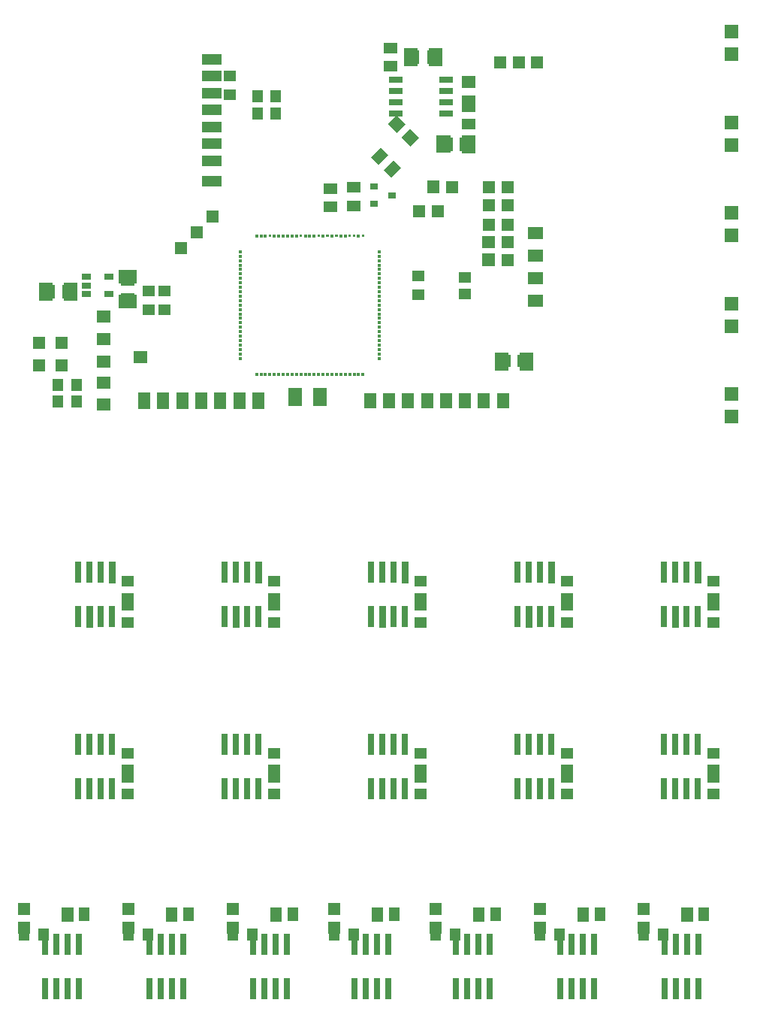
<source format=gbr>
%FSLAX34Y34*%
%MOMM*%
%LNSMDMASK_TOP*%
G71*
G01*
%ADD10R, 1.40X1.30*%
%ADD11R, 1.30X1.40*%
%ADD12R, 2.20X1.20*%
%ADD13R, 1.60X0.67*%
%ADD14R, 0.30X0.30*%
%ADD15R, 1.40X1.40*%
%ADD16R, 1.20X1.40*%
%ADD17R, 0.99X0.66*%
%ADD18R, 1.60X1.30*%
%ADD19R, 1.30X1.60*%
%ADD20R, 1.60X2.00*%
%ADD21R, 2.00X1.60*%
%ADD22R, 1.40X1.90*%
%ADD23R, 1.60X1.40*%
%ADD24R, 1.80X1.40*%
%ADD25R, 1.40X1.80*%
%ADD26R, 0.90X0.80*%
%ADD27R, 1.40X1.20*%
%ADD28R, 1.60X1.60*%
%ADD29R, 0.80X2.40*%
%LPD*%
X471007Y-390885D02*
G54D10*
D03*
X471007Y-369885D02*
G54D10*
D03*
X523126Y-389972D02*
G54D10*
D03*
X523125Y-370972D02*
G54D10*
D03*
X588059Y-465332D02*
G54D11*
D03*
X569059Y-465333D02*
G54D11*
D03*
X237826Y-262830D02*
G54D12*
D03*
X237826Y-239812D02*
G54D12*
D03*
X237826Y-220762D02*
G54D12*
D03*
X237826Y-201712D02*
G54D12*
D03*
X237826Y-182662D02*
G54D12*
D03*
G36*
X226826Y-157612D02*
X248826Y-157612D01*
X248827Y-169612D01*
X226827Y-169612D01*
X226826Y-157612D01*
G37*
X237826Y-144562D02*
G54D12*
D03*
G36*
X226826Y-119512D02*
X248826Y-119512D01*
X248827Y-131512D01*
X226827Y-131512D01*
X226826Y-119512D01*
G37*
X501864Y-187147D02*
G54D13*
D03*
X501864Y-174447D02*
G54D13*
D03*
X501864Y-161747D02*
G54D13*
D03*
X501864Y-149047D02*
G54D13*
D03*
X444864Y-149047D02*
G54D13*
D03*
X444864Y-161747D02*
G54D13*
D03*
X444864Y-174447D02*
G54D13*
D03*
X444864Y-187147D02*
G54D13*
D03*
X288333Y-480447D02*
G54D14*
D03*
X293333Y-480447D02*
G54D14*
D03*
X298333Y-480447D02*
G54D14*
D03*
X303333Y-480447D02*
G54D14*
D03*
X308333Y-480447D02*
G54D14*
D03*
X313333Y-480447D02*
G54D14*
D03*
X318333Y-480448D02*
G54D14*
D03*
X323333Y-480447D02*
G54D14*
D03*
X328333Y-480447D02*
G54D14*
D03*
X333333Y-480447D02*
G54D14*
D03*
X338333Y-480447D02*
G54D14*
D03*
X343333Y-480447D02*
G54D14*
D03*
X348333Y-480447D02*
G54D14*
D03*
X353333Y-480447D02*
G54D14*
D03*
X358333Y-480447D02*
G54D14*
D03*
X363333Y-480448D02*
G54D14*
D03*
X368333Y-480447D02*
G54D14*
D03*
X373333Y-480447D02*
G54D14*
D03*
X378333Y-480448D02*
G54D14*
D03*
X383333Y-480447D02*
G54D14*
D03*
X388333Y-480448D02*
G54D14*
D03*
X393333Y-480447D02*
G54D14*
D03*
X398333Y-480447D02*
G54D14*
D03*
X403333Y-480447D02*
G54D14*
D03*
X408333Y-480447D02*
G54D14*
D03*
X270369Y-342484D02*
G54D14*
D03*
X270369Y-347484D02*
G54D14*
D03*
X270369Y-352483D02*
G54D14*
D03*
X270369Y-357484D02*
G54D14*
D03*
X270369Y-362484D02*
G54D14*
D03*
X270369Y-367483D02*
G54D14*
D03*
X270369Y-372484D02*
G54D14*
D03*
X270369Y-377484D02*
G54D14*
D03*
X270369Y-382484D02*
G54D14*
D03*
X270369Y-387484D02*
G54D14*
D03*
X270369Y-392484D02*
G54D14*
D03*
X270369Y-397484D02*
G54D14*
D03*
X270369Y-402484D02*
G54D14*
D03*
X270369Y-407484D02*
G54D14*
D03*
X270369Y-412483D02*
G54D14*
D03*
X270369Y-417484D02*
G54D14*
D03*
X270369Y-422484D02*
G54D14*
D03*
X270369Y-427484D02*
G54D14*
D03*
X270369Y-432484D02*
G54D14*
D03*
X270369Y-437483D02*
G54D14*
D03*
X270369Y-442484D02*
G54D14*
D03*
X270369Y-447484D02*
G54D14*
D03*
X270369Y-452484D02*
G54D14*
D03*
X270369Y-457484D02*
G54D14*
D03*
X270369Y-462484D02*
G54D14*
D03*
G36*
X406833Y-323010D02*
X409833Y-323010D01*
X409833Y-326010D01*
X406833Y-326010D01*
X406833Y-323010D01*
G37*
X403333Y-324510D02*
G54D14*
D03*
G36*
X396833Y-323010D02*
X399833Y-323010D01*
X399833Y-326009D01*
X396833Y-326010D01*
X396833Y-323010D01*
G37*
G36*
X391833Y-323010D02*
X394833Y-323010D01*
X394833Y-326010D01*
X391833Y-326010D01*
X391833Y-323010D01*
G37*
X388333Y-324510D02*
G54D14*
D03*
X383333Y-324510D02*
G54D14*
D03*
G36*
X376833Y-323010D02*
X379833Y-323010D01*
X379833Y-326009D01*
X376833Y-326010D01*
X376833Y-323010D01*
G37*
X373333Y-324510D02*
G54D14*
D03*
G36*
X366833Y-323010D02*
X369833Y-323010D01*
X369833Y-326010D01*
X366833Y-326010D01*
X366833Y-323010D01*
G37*
X363333Y-324510D02*
G54D14*
D03*
G36*
X356833Y-323010D02*
X359833Y-323010D01*
X359833Y-326010D01*
X356833Y-326010D01*
X356833Y-323010D01*
G37*
X353333Y-324510D02*
G54D14*
D03*
X348333Y-324510D02*
G54D14*
D03*
X343333Y-324510D02*
G54D14*
D03*
G36*
X336833Y-323010D02*
X339833Y-323010D01*
X339833Y-326010D01*
X336833Y-326010D01*
X336833Y-323010D01*
G37*
X333333Y-324510D02*
G54D14*
D03*
X328333Y-324510D02*
G54D14*
D03*
X323333Y-324510D02*
G54D14*
D03*
X318333Y-324510D02*
G54D14*
D03*
X313333Y-324510D02*
G54D14*
D03*
X308333Y-324510D02*
G54D14*
D03*
G36*
X301833Y-323010D02*
X304833Y-323010D01*
X304833Y-326010D01*
X301833Y-326010D01*
X301833Y-323010D01*
G37*
X298333Y-324510D02*
G54D14*
D03*
X293333Y-324510D02*
G54D14*
D03*
X288333Y-324510D02*
G54D14*
D03*
X426307Y-462474D02*
G54D14*
D03*
X426307Y-457474D02*
G54D14*
D03*
X426307Y-452474D02*
G54D14*
D03*
X426307Y-447473D02*
G54D14*
D03*
X426307Y-442474D02*
G54D14*
D03*
X426307Y-437474D02*
G54D14*
D03*
X426307Y-432474D02*
G54D14*
D03*
X426307Y-427474D02*
G54D14*
D03*
X426307Y-422474D02*
G54D14*
D03*
X426307Y-417474D02*
G54D14*
D03*
X426307Y-412474D02*
G54D14*
D03*
X426307Y-407474D02*
G54D14*
D03*
X426307Y-402474D02*
G54D14*
D03*
X426307Y-397474D02*
G54D14*
D03*
X426307Y-392474D02*
G54D14*
D03*
X426307Y-387474D02*
G54D14*
D03*
X426307Y-382474D02*
G54D14*
D03*
X426307Y-377474D02*
G54D14*
D03*
X426307Y-372474D02*
G54D14*
D03*
X426307Y-367474D02*
G54D14*
D03*
X426307Y-362474D02*
G54D14*
D03*
X426307Y-357474D02*
G54D14*
D03*
X426307Y-352474D02*
G54D14*
D03*
X426307Y-347474D02*
G54D14*
D03*
X426307Y-342474D02*
G54D14*
D03*
G36*
X542794Y-344519D02*
X556794Y-344518D01*
X556794Y-358518D01*
X542794Y-358518D01*
X542794Y-344519D01*
G37*
X571294Y-351518D02*
G54D15*
D03*
X289248Y-186554D02*
G54D16*
D03*
X309835Y-186554D02*
G54D16*
D03*
X96366Y-389744D02*
G54D17*
D03*
X96366Y-380344D02*
G54D17*
D03*
X96366Y-370744D02*
G54D17*
D03*
X122265Y-370744D02*
G54D17*
D03*
X122266Y-389744D02*
G54D17*
D03*
X371348Y-291989D02*
G54D18*
D03*
X371348Y-271401D02*
G54D18*
D03*
X527303Y-198320D02*
G54D18*
D03*
X527303Y-179320D02*
G54D18*
D03*
X486500Y-123108D02*
G54D19*
D03*
X465913Y-123108D02*
G54D19*
D03*
X439726Y-133648D02*
G54D18*
D03*
X439726Y-113060D02*
G54D18*
D03*
X359987Y-505861D02*
G54D20*
D03*
X331987Y-505861D02*
G54D20*
D03*
X142648Y-370884D02*
G54D21*
D03*
X142648Y-398884D02*
G54D21*
D03*
X289280Y-167430D02*
G54D16*
D03*
G36*
X303867Y-160430D02*
X315867Y-160430D01*
X315867Y-174429D01*
X303867Y-174430D01*
X303867Y-160430D01*
G37*
X43076Y-470544D02*
G54D15*
D03*
X68476Y-470544D02*
G54D15*
D03*
X68476Y-445144D02*
G54D15*
D03*
X43076Y-445144D02*
G54D15*
D03*
X161791Y-510232D02*
G54D22*
D03*
X183222Y-510232D02*
G54D22*
D03*
X204653Y-510232D02*
G54D22*
D03*
X226085Y-510232D02*
G54D22*
D03*
X247516Y-510232D02*
G54D22*
D03*
X268947Y-510232D02*
G54D22*
D03*
X116019Y-514222D02*
G54D23*
D03*
X116018Y-489930D02*
G54D23*
D03*
X116019Y-465804D02*
G54D23*
D03*
X116019Y-440404D02*
G54D23*
D03*
X116019Y-415003D02*
G54D23*
D03*
X602563Y-321716D02*
G54D24*
D03*
X602563Y-347116D02*
G54D24*
D03*
X602563Y-372516D02*
G54D24*
D03*
X602563Y-397916D02*
G54D24*
D03*
X416166Y-509834D02*
G54D25*
D03*
X437597Y-509835D02*
G54D25*
D03*
X459028Y-509834D02*
G54D25*
D03*
X480459Y-509834D02*
G54D25*
D03*
X501891Y-509834D02*
G54D25*
D03*
X523322Y-509834D02*
G54D25*
D03*
X544753Y-509834D02*
G54D25*
D03*
X566184Y-509834D02*
G54D25*
D03*
X563317Y-129088D02*
G54D15*
D03*
X583954Y-129088D02*
G54D15*
D03*
X604592Y-129088D02*
G54D15*
D03*
X202721Y-338721D02*
G54D15*
D03*
X220682Y-320760D02*
G54D15*
D03*
X238642Y-302800D02*
G54D15*
D03*
G36*
X542854Y-324675D02*
X556854Y-324675D01*
X556854Y-338675D01*
X542854Y-338675D01*
X542854Y-324675D01*
G37*
X571354Y-331675D02*
G54D15*
D03*
X549854Y-311831D02*
G54D15*
D03*
X571354Y-311831D02*
G54D15*
D03*
X549854Y-290400D02*
G54D15*
D03*
X571354Y-290400D02*
G54D15*
D03*
X549854Y-269762D02*
G54D15*
D03*
X571354Y-269762D02*
G54D15*
D03*
X420758Y-268798D02*
G54D26*
D03*
X420762Y-288801D02*
G54D26*
D03*
X440758Y-278798D02*
G54D26*
D03*
X397819Y-270137D02*
G54D18*
D03*
X397819Y-290725D02*
G54D18*
D03*
G36*
X440101Y-259038D02*
X431616Y-250553D01*
X442930Y-239239D01*
X451415Y-247725D01*
X440101Y-259038D01*
G37*
G36*
X425544Y-244481D02*
X417059Y-235996D01*
X428372Y-224682D01*
X436858Y-233167D01*
X425544Y-244481D01*
G37*
X489993Y-123108D02*
G54D20*
D03*
X461993Y-123108D02*
G54D20*
D03*
X592504Y-466602D02*
G54D20*
D03*
X564504Y-466602D02*
G54D20*
D03*
X142648Y-374853D02*
G54D18*
D03*
X142648Y-395441D02*
G54D18*
D03*
X50860Y-387265D02*
G54D20*
D03*
X78860Y-387265D02*
G54D20*
D03*
X54829Y-387265D02*
G54D19*
D03*
X75417Y-387265D02*
G54D19*
D03*
X257956Y-165358D02*
G54D10*
D03*
X257956Y-144562D02*
G54D10*
D03*
X504096Y-221149D02*
G54D19*
D03*
X523096Y-221149D02*
G54D19*
D03*
G36*
X491016Y-211150D02*
X507016Y-211149D01*
X507016Y-231149D01*
X491016Y-231150D01*
X491016Y-211150D01*
G37*
X527016Y-221149D02*
G54D20*
D03*
X167038Y-386980D02*
G54D27*
D03*
X167038Y-407568D02*
G54D27*
D03*
X184898Y-386980D02*
G54D27*
D03*
X184898Y-407568D02*
G54D27*
D03*
G36*
X446447Y-188796D02*
X456347Y-198695D01*
X446447Y-208595D01*
X436548Y-198695D01*
X446447Y-188796D01*
G37*
G36*
X461650Y-203998D02*
X471549Y-213898D01*
X461650Y-223797D01*
X451750Y-213898D01*
X461650Y-203998D01*
G37*
G36*
X480545Y-262524D02*
X494545Y-262524D01*
X494545Y-276524D01*
X480545Y-276524D01*
X480545Y-262524D01*
G37*
X509045Y-269526D02*
G54D15*
D03*
X527039Y-173010D02*
G54D23*
D03*
X527041Y-151510D02*
G54D23*
D03*
X471155Y-296512D02*
G54D15*
D03*
X492654Y-296514D02*
G54D15*
D03*
X823986Y-528011D02*
G54D28*
D03*
X823986Y-502611D02*
G54D28*
D03*
X823986Y-426011D02*
G54D28*
D03*
X823986Y-400611D02*
G54D28*
D03*
X823986Y-324011D02*
G54D28*
D03*
X823986Y-298611D02*
G54D28*
D03*
X823986Y-222011D02*
G54D28*
D03*
X823986Y-196611D02*
G54D28*
D03*
X823986Y-120011D02*
G54D28*
D03*
X823986Y-94611D02*
G54D28*
D03*
X87849Y-1122660D02*
G54D29*
D03*
X75149Y-1122660D02*
G54D29*
D03*
X62449Y-1122660D02*
G54D29*
D03*
X49750Y-1122660D02*
G54D29*
D03*
X49749Y-1172660D02*
G54D29*
D03*
X62450Y-1172660D02*
G54D29*
D03*
X75149Y-1172660D02*
G54D29*
D03*
X87849Y-1172660D02*
G54D29*
D03*
X26437Y-1111736D02*
G54D16*
D03*
X48612Y-1111736D02*
G54D16*
D03*
X26413Y-1082889D02*
G54D15*
D03*
X26413Y-1104064D02*
G54D15*
D03*
G36*
X68753Y-1080894D02*
X81753Y-1080893D01*
X81753Y-1096894D01*
X68753Y-1096894D01*
X68753Y-1080894D01*
G37*
X94253Y-1088894D02*
G54D19*
D03*
X64670Y-511176D02*
G54D16*
D03*
X85257Y-511176D02*
G54D16*
D03*
X64670Y-492126D02*
G54D16*
D03*
X85257Y-492126D02*
G54D16*
D03*
X157293Y-461355D02*
G54D23*
D03*
X87366Y-753560D02*
G54D29*
D03*
G36*
X96066Y-741560D02*
X104066Y-741559D01*
X104067Y-765559D01*
X96067Y-765560D01*
X96066Y-741560D01*
G37*
X112766Y-753560D02*
G54D29*
D03*
X125466Y-753560D02*
G54D29*
D03*
G36*
X121466Y-691560D02*
X129466Y-691559D01*
X129467Y-715559D01*
X121467Y-715560D01*
X121466Y-691560D01*
G37*
X112766Y-703560D02*
G54D29*
D03*
X100066Y-703560D02*
G54D29*
D03*
X87366Y-703560D02*
G54D29*
D03*
X143006Y-759599D02*
G54D10*
D03*
X143009Y-740594D02*
G54D10*
D03*
X143009Y-732606D02*
G54D10*
D03*
X143016Y-713609D02*
G54D10*
D03*
X252466Y-753560D02*
G54D29*
D03*
G36*
X261166Y-741560D02*
X269166Y-741559D01*
X269167Y-765559D01*
X261167Y-765560D01*
X261166Y-741560D01*
G37*
X277866Y-753560D02*
G54D29*
D03*
X290566Y-753560D02*
G54D29*
D03*
G36*
X286566Y-691560D02*
X294566Y-691559D01*
X294567Y-715559D01*
X286567Y-715560D01*
X286566Y-691560D01*
G37*
X277866Y-703560D02*
G54D29*
D03*
X265166Y-703560D02*
G54D29*
D03*
X252466Y-703560D02*
G54D29*
D03*
X308106Y-759599D02*
G54D10*
D03*
X308109Y-740594D02*
G54D10*
D03*
X308109Y-732606D02*
G54D10*
D03*
X308116Y-713609D02*
G54D10*
D03*
X417566Y-753560D02*
G54D29*
D03*
G36*
X426266Y-741560D02*
X434266Y-741559D01*
X434267Y-765559D01*
X426267Y-765560D01*
X426266Y-741560D01*
G37*
X442966Y-753560D02*
G54D29*
D03*
X455666Y-753560D02*
G54D29*
D03*
G36*
X451666Y-691560D02*
X459666Y-691559D01*
X459667Y-715559D01*
X451667Y-715560D01*
X451666Y-691560D01*
G37*
X442966Y-703560D02*
G54D29*
D03*
X430266Y-703560D02*
G54D29*
D03*
X417566Y-703560D02*
G54D29*
D03*
X473206Y-759599D02*
G54D10*
D03*
X473209Y-740594D02*
G54D10*
D03*
X473209Y-732606D02*
G54D10*
D03*
X473216Y-713609D02*
G54D10*
D03*
X582666Y-753560D02*
G54D29*
D03*
G36*
X591366Y-741560D02*
X599366Y-741559D01*
X599367Y-765559D01*
X591367Y-765560D01*
X591366Y-741560D01*
G37*
X608066Y-753560D02*
G54D29*
D03*
X620766Y-753560D02*
G54D29*
D03*
G36*
X616766Y-691560D02*
X624766Y-691559D01*
X624767Y-715559D01*
X616767Y-715560D01*
X616766Y-691560D01*
G37*
X608066Y-703560D02*
G54D29*
D03*
X595366Y-703560D02*
G54D29*
D03*
X582666Y-703560D02*
G54D29*
D03*
X638306Y-759599D02*
G54D10*
D03*
X638309Y-740594D02*
G54D10*
D03*
X638309Y-732606D02*
G54D10*
D03*
X638316Y-713609D02*
G54D10*
D03*
X87366Y-947234D02*
G54D29*
D03*
X100067Y-947234D02*
G54D29*
D03*
X112766Y-947234D02*
G54D29*
D03*
X125466Y-947234D02*
G54D29*
D03*
X125466Y-897234D02*
G54D29*
D03*
X112766Y-897234D02*
G54D29*
D03*
X100066Y-897234D02*
G54D29*
D03*
X87366Y-897234D02*
G54D29*
D03*
X143006Y-953274D02*
G54D10*
D03*
X143009Y-934269D02*
G54D10*
D03*
X143009Y-926282D02*
G54D10*
D03*
X143016Y-907284D02*
G54D10*
D03*
X252466Y-947234D02*
G54D29*
D03*
X265167Y-947234D02*
G54D29*
D03*
X277866Y-947234D02*
G54D29*
D03*
X290566Y-947234D02*
G54D29*
D03*
X290566Y-897234D02*
G54D29*
D03*
X277866Y-897234D02*
G54D29*
D03*
X265166Y-897234D02*
G54D29*
D03*
X252466Y-897234D02*
G54D29*
D03*
X308106Y-953274D02*
G54D10*
D03*
X308109Y-934269D02*
G54D10*
D03*
X308109Y-926282D02*
G54D10*
D03*
X308116Y-907284D02*
G54D10*
D03*
X417566Y-947234D02*
G54D29*
D03*
X430267Y-947234D02*
G54D29*
D03*
X442966Y-947234D02*
G54D29*
D03*
X455666Y-947234D02*
G54D29*
D03*
X455666Y-897234D02*
G54D29*
D03*
X442966Y-897234D02*
G54D29*
D03*
X430266Y-897234D02*
G54D29*
D03*
X417566Y-897234D02*
G54D29*
D03*
X473206Y-953274D02*
G54D10*
D03*
X473209Y-934269D02*
G54D10*
D03*
X473209Y-926282D02*
G54D10*
D03*
X473216Y-907284D02*
G54D10*
D03*
X582666Y-947234D02*
G54D29*
D03*
X595367Y-947234D02*
G54D29*
D03*
X608066Y-947234D02*
G54D29*
D03*
X620766Y-947234D02*
G54D29*
D03*
X620766Y-897234D02*
G54D29*
D03*
X608066Y-897234D02*
G54D29*
D03*
X595366Y-897234D02*
G54D29*
D03*
X582666Y-897234D02*
G54D29*
D03*
X638306Y-953274D02*
G54D10*
D03*
X638309Y-934269D02*
G54D10*
D03*
X638309Y-926282D02*
G54D10*
D03*
X638316Y-907284D02*
G54D10*
D03*
X747766Y-753560D02*
G54D29*
D03*
G36*
X756466Y-741560D02*
X764466Y-741559D01*
X764467Y-765559D01*
X756467Y-765560D01*
X756466Y-741560D01*
G37*
X773166Y-753560D02*
G54D29*
D03*
X785866Y-753560D02*
G54D29*
D03*
G36*
X781866Y-691560D02*
X789866Y-691559D01*
X789867Y-715559D01*
X781867Y-715560D01*
X781866Y-691560D01*
G37*
X773166Y-703560D02*
G54D29*
D03*
X760466Y-703560D02*
G54D29*
D03*
X747766Y-703560D02*
G54D29*
D03*
X803406Y-759599D02*
G54D10*
D03*
X803409Y-740594D02*
G54D10*
D03*
X803409Y-732606D02*
G54D10*
D03*
X803416Y-713609D02*
G54D10*
D03*
X747766Y-947234D02*
G54D29*
D03*
X760467Y-947234D02*
G54D29*
D03*
X773166Y-947234D02*
G54D29*
D03*
X785866Y-947234D02*
G54D29*
D03*
X785866Y-897234D02*
G54D29*
D03*
X773166Y-897234D02*
G54D29*
D03*
X760466Y-897234D02*
G54D29*
D03*
X747766Y-897234D02*
G54D29*
D03*
X803406Y-953274D02*
G54D10*
D03*
X803409Y-934269D02*
G54D10*
D03*
X803409Y-926282D02*
G54D10*
D03*
X803416Y-907284D02*
G54D10*
D03*
X205324Y-1122660D02*
G54D29*
D03*
X192624Y-1122660D02*
G54D29*
D03*
X179924Y-1122660D02*
G54D29*
D03*
X167225Y-1122660D02*
G54D29*
D03*
X167224Y-1172660D02*
G54D29*
D03*
X179924Y-1172660D02*
G54D29*
D03*
X192624Y-1172660D02*
G54D29*
D03*
X205324Y-1172660D02*
G54D29*
D03*
X143912Y-1111736D02*
G54D16*
D03*
X166087Y-1111736D02*
G54D16*
D03*
X143888Y-1082889D02*
G54D15*
D03*
X143888Y-1104064D02*
G54D15*
D03*
G36*
X186228Y-1080894D02*
X199228Y-1080894D01*
X199228Y-1096893D01*
X186228Y-1096894D01*
X186228Y-1080894D01*
G37*
X211728Y-1088894D02*
G54D19*
D03*
X322799Y-1122660D02*
G54D29*
D03*
X310099Y-1122660D02*
G54D29*
D03*
X297399Y-1122660D02*
G54D29*
D03*
X284700Y-1122660D02*
G54D29*
D03*
X284699Y-1172660D02*
G54D29*
D03*
X297400Y-1172660D02*
G54D29*
D03*
X310099Y-1172660D02*
G54D29*
D03*
X322799Y-1172660D02*
G54D29*
D03*
X261387Y-1111736D02*
G54D16*
D03*
X283562Y-1111736D02*
G54D16*
D03*
X261363Y-1082889D02*
G54D15*
D03*
X261363Y-1104064D02*
G54D15*
D03*
G36*
X303703Y-1080894D02*
X316703Y-1080894D01*
X316703Y-1096893D01*
X303703Y-1096894D01*
X303703Y-1080894D01*
G37*
X329203Y-1088894D02*
G54D19*
D03*
X437099Y-1122660D02*
G54D29*
D03*
X424399Y-1122660D02*
G54D29*
D03*
X411699Y-1122660D02*
G54D29*
D03*
X399000Y-1122660D02*
G54D29*
D03*
X398999Y-1172660D02*
G54D29*
D03*
X411700Y-1172660D02*
G54D29*
D03*
X424399Y-1172660D02*
G54D29*
D03*
X437099Y-1172660D02*
G54D29*
D03*
X375687Y-1111736D02*
G54D16*
D03*
X397862Y-1111736D02*
G54D16*
D03*
X375663Y-1082889D02*
G54D15*
D03*
X375663Y-1104064D02*
G54D15*
D03*
G36*
X418003Y-1080894D02*
X431003Y-1080894D01*
X431003Y-1096893D01*
X418003Y-1096894D01*
X418003Y-1080894D01*
G37*
X443503Y-1088894D02*
G54D19*
D03*
X551400Y-1122660D02*
G54D29*
D03*
X538700Y-1122660D02*
G54D29*
D03*
X526000Y-1122660D02*
G54D29*
D03*
X513300Y-1122660D02*
G54D29*
D03*
X513299Y-1172660D02*
G54D29*
D03*
X526000Y-1172660D02*
G54D29*
D03*
X538699Y-1172660D02*
G54D29*
D03*
X551399Y-1172660D02*
G54D29*
D03*
X489987Y-1111736D02*
G54D16*
D03*
X512162Y-1111736D02*
G54D16*
D03*
X489963Y-1082889D02*
G54D15*
D03*
X489963Y-1104064D02*
G54D15*
D03*
G36*
X532303Y-1080894D02*
X545303Y-1080894D01*
X545303Y-1096893D01*
X532303Y-1096894D01*
X532303Y-1080894D01*
G37*
X557803Y-1088894D02*
G54D19*
D03*
X668874Y-1122660D02*
G54D29*
D03*
X656174Y-1122660D02*
G54D29*
D03*
X643474Y-1122660D02*
G54D29*
D03*
X630775Y-1122660D02*
G54D29*
D03*
X630774Y-1172660D02*
G54D29*
D03*
X643474Y-1172660D02*
G54D29*
D03*
X656174Y-1172660D02*
G54D29*
D03*
X668874Y-1172660D02*
G54D29*
D03*
X607462Y-1111736D02*
G54D16*
D03*
X629637Y-1111736D02*
G54D16*
D03*
X607438Y-1082889D02*
G54D15*
D03*
X607438Y-1104064D02*
G54D15*
D03*
G36*
X649778Y-1080894D02*
X662778Y-1080894D01*
X662778Y-1096893D01*
X649778Y-1096894D01*
X649778Y-1080894D01*
G37*
X675278Y-1088894D02*
G54D19*
D03*
X786350Y-1122660D02*
G54D29*
D03*
X773650Y-1122660D02*
G54D29*
D03*
X760950Y-1122660D02*
G54D29*
D03*
X748250Y-1122660D02*
G54D29*
D03*
X748249Y-1172660D02*
G54D29*
D03*
X760950Y-1172660D02*
G54D29*
D03*
X773649Y-1172660D02*
G54D29*
D03*
X786349Y-1172660D02*
G54D29*
D03*
X724937Y-1111736D02*
G54D16*
D03*
X747112Y-1111736D02*
G54D16*
D03*
X724913Y-1082889D02*
G54D15*
D03*
X724913Y-1104064D02*
G54D15*
D03*
G36*
X767253Y-1080894D02*
X780253Y-1080894D01*
X780253Y-1096893D01*
X767253Y-1096894D01*
X767253Y-1080894D01*
G37*
X792753Y-1088894D02*
G54D19*
D03*
X290379Y-510232D02*
G54D22*
D03*
M02*

</source>
